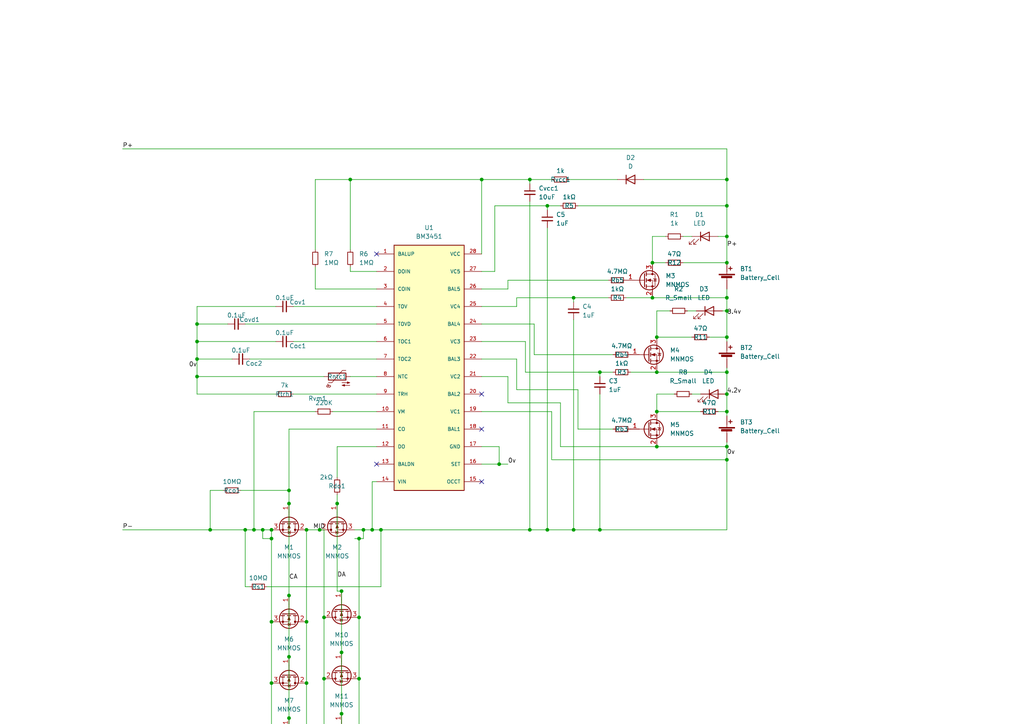
<source format=kicad_sch>
(kicad_sch (version 20211123) (generator eeschema)
  (paper "A4")
  (lib_symbols
    (symbol "Device:Battery_Cell" (pin_numbers hide) (pin_names (offset 0) hide)
      (property "Reference" "BT" (at 2.54 2.54 0))
      (property "Value" "Battery_Cell" (at 2.54 0 0))
      (symbol "Battery_Cell_0_1"
        (rectangle (start -2.286 1.778) (end 2.286 1.524) (fill (type outline)))
        (rectangle (start -1.5748 1.1938) (end 1.4732 0.6858) (fill (type outline)))
        (polyline (pts (xy 0 0.762) (xy 0 0)))
        (polyline (pts (xy 0 1.778) (xy 0 2.54)))
        (polyline (pts (xy 0.508 3.429) (xy 1.524 3.429)) (stroke (width 0.254)))
        (polyline (pts (xy 1.016 3.937) (xy 1.016 2.921)) (stroke (width 0.254)))
      )
      (symbol "Battery_Cell_1_1"
        (pin passive line (at 0 5.08 270) (length 2.54) (name "+") (number "1"))
        (pin passive line (at 0 -2.54 90) (length 2.54) (name "-") (number "2"))
      )
    )
    (symbol "Device:C_Small" (pin_numbers hide) (pin_names (offset 0.254) hide)
      (property "Reference" "C" (at 0.254 1.778 0))
      (property "Value" "C_Small" (at 0.254 -2.032 0))
      (symbol "C_Small_0_1"
        (polyline (pts (xy -1.524 -0.508) (xy 1.524 -0.508)) (stroke (width 0.3302)))
        (polyline (pts (xy -1.524 0.508) (xy 1.524 0.508)) (stroke (width 0.3048)))
      )
      (symbol "C_Small_1_1"
        (pin passive line (at 0 2.54 270) (length 2.032) (name "~") (number "1"))
        (pin passive line (at 0 -2.54 90) (length 2.032) (name "~") (number "2"))
      )
    )
    (symbol "Device:D" (pin_numbers hide) (pin_names (offset 1.016) hide)
      (property "Reference" "D" (at 0 2.54 0))
      (property "Value" "D" (at 0 -2.54 0))
      (symbol "D_0_1"
        (polyline (pts (xy -1.27 1.27) (xy -1.27 -1.27)) (stroke (width 0.254)))
        (polyline (pts (xy 1.27 0) (xy -1.27 0)))
        (polyline (pts (xy 1.27 1.27) (xy 1.27 -1.27) (xy -1.27 0) (xy 1.27 1.27)) (stroke (width 0.254)))
      )
      (symbol "D_1_1"
        (pin passive line (at -3.81 0 0) (length 2.54) (name "K") (number "1"))
        (pin passive line (at 3.81 0 180) (length 2.54) (name "A") (number "2"))
      )
    )
    (symbol "Device:LED" (pin_numbers hide) (pin_names (offset 1.016) hide)
      (property "Reference" "D" (at 0 2.54 0))
      (property "Value" "LED" (at 0 -2.54 0))
      (symbol "LED_0_1"
        (polyline (pts (xy -1.27 -1.27) (xy -1.27 1.27)) (stroke (width 0.254)))
        (polyline (pts (xy -1.27 0) (xy 1.27 0)))
        (polyline (pts (xy 1.27 -1.27) (xy 1.27 1.27) (xy -1.27 0) (xy 1.27 -1.27)) (stroke (width 0.254)))
        (polyline (pts (xy -3.048 -0.762) (xy -4.572 -2.286) (xy -3.81 -2.286) (xy -4.572 -2.286) (xy -4.572 -1.524)))
        (polyline (pts (xy -1.778 -0.762) (xy -3.302 -2.286) (xy -2.54 -2.286) (xy -3.302 -2.286) (xy -3.302 -1.524)))
      )
      (symbol "LED_1_1"
        (pin passive line (at -3.81 0 0) (length 2.54) (name "K") (number "1"))
        (pin passive line (at 3.81 0 180) (length 2.54) (name "A") (number "2"))
      )
    )
    (symbol "Device:Q_NMOS_GDS" (pin_names (offset 0) hide)
      (property "Reference" "Q" (at 5.08 1.27 0))
      (property "Value" "Q_NMOS_GDS" (at 5.08 -1.27 0))
      (symbol "Q_NMOS_GDS_0_1"
        (polyline (pts (xy 0.254 0) (xy -2.54 0)))
        (polyline (pts (xy 0.254 1.905) (xy 0.254 -1.905)) (stroke (width 0.254)))
        (polyline (pts (xy 0.762 -1.27) (xy 0.762 -2.286)) (stroke (width 0.254)))
        (polyline (pts (xy 0.762 0.508) (xy 0.762 -0.508)) (stroke (width 0.254)))
        (polyline (pts (xy 0.762 2.286) (xy 0.762 1.27)) (stroke (width 0.254)))
        (polyline (pts (xy 2.54 2.54) (xy 2.54 1.778)))
        (polyline (pts (xy 2.54 -2.54) (xy 2.54 0) (xy 0.762 0)))
        (polyline (pts (xy 0.762 -1.778) (xy 3.302 -1.778) (xy 3.302 1.778) (xy 0.762 1.778)))
        (polyline (pts (xy 1.016 0) (xy 2.032 0.381) (xy 2.032 -0.381) (xy 1.016 0)) (fill (type outline)))
        (polyline (pts (xy 2.794 0.508) (xy 2.921 0.381) (xy 3.683 0.381) (xy 3.81 0.254)))
        (polyline (pts (xy 3.302 0.381) (xy 2.921 -0.254) (xy 3.683 -0.254) (xy 3.302 0.381)))
        (circle (center 1.651 0) (radius 2.794) (stroke (width 0.254)))
        (circle (center 2.54 -1.778) (radius 0.254) (fill (type outline)))
        (circle (center 2.54 1.778) (radius 0.254) (fill (type outline)))
      )
      (symbol "Q_NMOS_GDS_1_1"
        (pin input line (at -5.08 0 0) (length 2.54) (name "G") (number "1"))
        (pin passive line (at 2.54 5.08 270) (length 2.54) (name "D") (number "2"))
        (pin passive line (at 2.54 -5.08 90) (length 2.54) (name "S") (number "3"))
      )
    )
    (symbol "Device:Q_NMOS_GSD" (pin_names (offset 0) hide)
      (property "Reference" "Q" (at 5.08 1.27 0))
      (property "Value" "Q_NMOS_GSD" (at 5.08 -1.27 0))
      (symbol "Q_NMOS_GSD_0_1"
        (polyline (pts (xy 0.254 0) (xy -2.54 0)))
        (polyline (pts (xy 0.254 1.905) (xy 0.254 -1.905)) (stroke (width 0.254)))
        (polyline (pts (xy 0.762 -1.27) (xy 0.762 -2.286)) (stroke (width 0.254)))
        (polyline (pts (xy 0.762 0.508) (xy 0.762 -0.508)) (stroke (width 0.254)))
        (polyline (pts (xy 0.762 2.286) (xy 0.762 1.27)) (stroke (width 0.254)))
        (polyline (pts (xy 2.54 2.54) (xy 2.54 1.778)))
        (polyline (pts (xy 2.54 -2.54) (xy 2.54 0) (xy 0.762 0)))
        (polyline (pts (xy 0.762 -1.778) (xy 3.302 -1.778) (xy 3.302 1.778) (xy 0.762 1.778)))
        (polyline (pts (xy 1.016 0) (xy 2.032 0.381) (xy 2.032 -0.381) (xy 1.016 0)) (fill (type outline)))
        (polyline (pts (xy 2.794 0.508) (xy 2.921 0.381) (xy 3.683 0.381) (xy 3.81 0.254)))
        (polyline (pts (xy 3.302 0.381) (xy 2.921 -0.254) (xy 3.683 -0.254) (xy 3.302 0.381)))
        (circle (center 1.651 0) (radius 2.794) (stroke (width 0.254)))
        (circle (center 2.54 -1.778) (radius 0.254) (fill (type outline)))
        (circle (center 2.54 1.778) (radius 0.254) (fill (type outline)))
      )
      (symbol "Q_NMOS_GSD_1_1"
        (pin input line (at -5.08 0 0) (length 2.54) (name "G") (number "1"))
        (pin passive line (at 2.54 -5.08 90) (length 2.54) (name "S") (number "2"))
        (pin passive line (at 2.54 5.08 270) (length 2.54) (name "D") (number "3"))
      )
    )
    (symbol "Device:R_Small" (pin_numbers hide) (pin_names (offset 0.254) hide)
      (property "Reference" "R" (at 0.762 0.508 0))
      (property "Value" "R_Small" (at 0.762 -1.016 0))
      (symbol "R_Small_0_1"
        (rectangle (start -0.762 1.778) (end 0.762 -1.778) (stroke (width 0.2032)))
      )
      (symbol "R_Small_1_1"
        (pin passive line (at 0 2.54 270) (length 0.762) (name "~") (number "1"))
        (pin passive line (at 0 -2.54 90) (length 0.762) (name "~") (number "2"))
      )
    )
    (symbol "Device:Thermistor_NTC" (pin_numbers hide) (pin_names (offset 0))
      (property "Reference" "TH" (at -4.445 0 90))
      (property "Value" "Thermistor_NTC" (at 3.175 0 90))
      (symbol "Thermistor_NTC_0_1"
        (arc (start -3.048 2.159) (mid -3.0495 2.3143) (end -3.175 2.413))
        (arc (start -3.048 2.159) (mid -2.9736 1.9794) (end -2.794 1.905))
        (arc (start -3.048 2.794) (mid -2.9736 2.6144) (end -2.794 2.54))
        (arc (start -2.794 1.905) (mid -2.6144 1.9794) (end -2.54 2.159))
        (arc (start -2.794 2.54) (mid -2.4393 2.5587) (end -2.159 2.794))
        (arc (start -2.794 3.048) (mid -2.9736 2.9736) (end -3.048 2.794))
        (arc (start -2.54 2.794) (mid -2.6144 2.9736) (end -2.794 3.048))
        (rectangle (start -1.016 2.54) (end 1.016 -2.54) (stroke (width 0.254)))
        (polyline (pts (xy -2.54 2.159) (xy -2.54 2.794)))
        (polyline (pts (xy -1.778 2.54) (xy -1.778 1.524) (xy 1.778 -1.524) (xy 1.778 -2.54)))
        (polyline (pts (xy -2.54 -3.683) (xy -2.54 -1.397) (xy -2.794 -2.159) (xy -2.286 -2.159) (xy -2.54 -1.397) (xy -2.54 -1.651)) (fill (type outline)))
        (polyline (pts (xy -1.778 -1.397) (xy -1.778 -3.683) (xy -2.032 -2.921) (xy -1.524 -2.921) (xy -1.778 -3.683) (xy -1.778 -3.429)) (fill (type outline)))
      )
      (symbol "Thermistor_NTC_1_1"
        (pin passive line (at 0 3.81 270) (length 1.27) (name "~") (number "1"))
        (pin passive line (at 0 -3.81 90) (length 1.27) (name "~") (number "2"))
      )
    )
    (symbol "lib:BM3451" (pin_names (offset 1.016))
      (property "Reference" "U" (at -10.16 36.322 0))
      (property "Value" "BM3451" (at -10.16 -38.1 0))
      (symbol "BM3451_0_0"
        (rectangle (start -10.16 -35.56) (end 10.16 35.56) (stroke (width 0.254)) (fill (type background)))
        (pin bidirectional line (at -15.24 33.02 0) (length 5.08) (name "BALUP") (number "1"))
        (pin bidirectional line (at -15.24 -12.7 0) (length 5.08) (name "VM") (number "10"))
        (pin bidirectional line (at -15.24 -17.78 0) (length 5.08) (name "CO") (number "11"))
        (pin bidirectional line (at -15.24 -22.86 0) (length 5.08) (name "DO") (number "12"))
        (pin bidirectional line (at -15.24 -27.94 0) (length 5.08) (name "BALDN") (number "13"))
        (pin bidirectional line (at -15.24 -33.02 0) (length 5.08) (name "VIN") (number "14"))
        (pin bidirectional line (at 15.24 -33.02 180) (length 5.08) (name "OCCT") (number "15"))
        (pin bidirectional line (at 15.24 -27.94 180) (length 5.08) (name "SET") (number "16"))
        (pin bidirectional line (at 15.24 -22.86 180) (length 5.08) (name "GND") (number "17"))
        (pin bidirectional line (at 15.24 -17.78 180) (length 5.08) (name "BAL1") (number "18"))
        (pin bidirectional line (at 15.24 -12.7 180) (length 5.08) (name "VC1") (number "19"))
        (pin bidirectional line (at -15.24 27.94 0) (length 5.08) (name "DOIN") (number "2"))
        (pin bidirectional line (at 15.24 -7.62 180) (length 5.08) (name "BAL2") (number "20"))
        (pin bidirectional line (at 15.24 -2.54 180) (length 5.08) (name "VC2") (number "21"))
        (pin bidirectional line (at 15.24 2.54 180) (length 5.08) (name "BAL3") (number "22"))
        (pin bidirectional line (at 15.24 7.62 180) (length 5.08) (name "VC3") (number "23"))
        (pin bidirectional line (at 15.24 12.7 180) (length 5.08) (name "BAL4") (number "24"))
        (pin bidirectional line (at 15.24 17.78 180) (length 5.08) (name "VC4") (number "25"))
        (pin bidirectional line (at 15.24 22.86 180) (length 5.08) (name "BAL5") (number "26"))
        (pin bidirectional line (at 15.24 27.94 180) (length 5.08) (name "VC5") (number "27"))
        (pin bidirectional line (at 15.24 33.02 180) (length 5.08) (name "VCC") (number "28"))
        (pin bidirectional line (at -15.24 22.86 0) (length 5.08) (name "COIN") (number "3"))
        (pin bidirectional line (at -15.24 17.78 0) (length 5.08) (name "TOV") (number "4"))
        (pin bidirectional line (at -15.24 12.7 0) (length 5.08) (name "TOVD") (number "5"))
        (pin bidirectional line (at -15.24 7.62 0) (length 5.08) (name "TOC1") (number "6"))
        (pin bidirectional line (at -15.24 2.54 0) (length 5.08) (name "TOC2") (number "7"))
        (pin bidirectional line (at -15.24 -2.54 0) (length 5.08) (name "NTC") (number "8"))
        (pin bidirectional line (at -15.24 -7.62 0) (length 5.08) (name "TRH") (number "9"))
      )
    )
  )
  (junction (at 210.82 90.17))
  (junction (at 78.74 153.67))
  (junction (at 88.9 153.67))
  (junction (at 76.2 153.67))
  (junction (at 99.06 171.45))
  (junction (at 158.75 153.67))
  (junction (at 99.06 207.01))
  (junction (at 92.71 153.67))
  (junction (at 83.82 190.5))
  (junction (at 83.82 172.72))
  (junction (at 93.98 179.07))
  (junction (at 189.23 86.36))
  (junction (at 139.7 52.07))
  (junction (at 210.82 86.36))
  (junction (at 166.37 86.36))
  (junction (at 173.99 153.67))
  (junction (at 210.82 59.69))
  (junction (at 210.82 52.07))
  (junction (at 78.74 156.21))
  (junction (at 57.15 99.06))
  (junction (at 99.06 189.23))
  (junction (at 73.66 153.67))
  (junction (at 107.95 153.67))
  (junction (at 210.82 68.58))
  (junction (at 71.12 153.67))
  (junction (at 93.98 214.63))
  (junction (at 93.98 196.85))
  (junction (at 210.82 129.54))
  (junction (at 57.15 109.22))
  (junction (at 110.49 153.67))
  (junction (at 210.82 114.3))
  (junction (at 104.14 196.85))
  (junction (at 190.5 107.95))
  (junction (at 173.99 107.95))
  (junction (at 88.9 198.12))
  (junction (at 210.82 107.95))
  (junction (at 158.75 59.69))
  (junction (at 83.82 146.05))
  (junction (at 189.23 76.2))
  (junction (at 190.5 97.79))
  (junction (at 210.82 97.79))
  (junction (at 190.5 129.54))
  (junction (at 210.82 133.35))
  (junction (at 78.74 198.12))
  (junction (at 210.82 76.2))
  (junction (at 97.79 146.05))
  (junction (at 78.74 180.34))
  (junction (at 57.15 104.14))
  (junction (at 153.67 52.07))
  (junction (at 105.41 153.67))
  (junction (at 190.5 119.38))
  (junction (at 60.96 153.67))
  (junction (at 210.82 119.38))
  (junction (at 104.14 156.21))
  (junction (at 83.82 208.28))
  (junction (at 57.15 93.98))
  (junction (at 144.78 134.62))
  (junction (at 166.37 153.67))
  (junction (at 88.9 180.34))
  (junction (at 101.6 52.07))
  (junction (at 104.14 214.63))
  (junction (at 83.82 142.24))
  (junction (at 78.74 215.9))
  (junction (at 88.9 215.9))
  (junction (at 104.14 179.07))
  (junction (at 153.67 153.67))
  (no_connect (at 139.7 114.3))
  (no_connect (at 139.7 139.7))
  (no_connect (at 109.22 73.66))
  (no_connect (at 109.22 134.62))
  (no_connect (at 139.7 124.46))
  (wire (pts (xy 143.51 59.69) (xy 143.51 78.74)))
  (wire (pts (xy 85.09 99.06) (xy 109.22 99.06)))
  (wire (pts (xy 109.22 78.74) (xy 101.6 78.74)))
  (wire (pts (xy 57.15 99.06) (xy 57.15 104.14)))
  (wire (pts (xy 205.74 97.79) (xy 210.82 97.79)))
  (wire (pts (xy 104.14 156.21) (xy 102.87 156.21)))
  (wire (pts (xy 166.37 86.36) (xy 149.86 86.36)))
  (wire (pts (xy 77.47 170.18) (xy 110.49 170.18)))
  (wire (pts (xy 35.56 43.18) (xy 210.82 43.18)))
  (wire (pts (xy 176.53 86.36) (xy 166.37 86.36)))
  (wire (pts (xy 105.41 153.67) (xy 105.41 156.21)))
  (wire (pts (xy 154.94 102.87) (xy 177.8 102.87)))
  (wire (pts (xy 153.67 58.42) (xy 153.67 153.67)))
  (wire (pts (xy 198.12 76.2) (xy 210.82 76.2)))
  (wire (pts (xy 80.01 88.9) (xy 57.15 88.9)))
  (wire (pts (xy 83.82 142.24) (xy 83.82 146.05)))
  (wire (pts (xy 83.82 172.72) (xy 83.82 190.5)))
  (wire (pts (xy 78.74 153.67) (xy 78.74 156.21)))
  (wire (pts (xy 153.67 153.67) (xy 158.75 153.67)))
  (wire (pts (xy 190.5 114.3) (xy 195.58 114.3)))
  (wire (pts (xy 104.14 179.07) (xy 104.14 196.85)))
  (wire (pts (xy 210.82 86.36) (xy 210.82 90.17)))
  (wire (pts (xy 165.1 52.07) (xy 179.07 52.07)))
  (wire (pts (xy 210.82 90.17) (xy 210.82 97.79)))
  (wire (pts (xy 101.6 52.07) (xy 139.7 52.07)))
  (wire (pts (xy 149.86 104.14) (xy 149.86 113.03)))
  (wire (pts (xy 162.56 59.69) (xy 158.75 59.69)))
  (wire (pts (xy 210.82 107.95) (xy 210.82 114.3)))
  (wire (pts (xy 208.28 119.38) (xy 210.82 119.38)))
  (wire (pts (xy 83.82 146.05) (xy 83.82 172.72)))
  (wire (pts (xy 176.53 81.28) (xy 147.32 81.28)))
  (wire (pts (xy 158.75 153.67) (xy 166.37 153.67)))
  (wire (pts (xy 190.5 97.79) (xy 200.66 97.79)))
  (wire (pts (xy 139.7 52.07) (xy 153.67 52.07)))
  (wire (pts (xy 177.8 107.95) (xy 173.99 107.95)))
  (wire (pts (xy 189.23 86.36) (xy 210.82 86.36)))
  (wire (pts (xy 166.37 153.67) (xy 173.99 153.67)))
  (wire (pts (xy 189.23 68.58) (xy 189.23 76.2)))
  (wire (pts (xy 147.32 81.28) (xy 147.32 83.82)))
  (wire (pts (xy 210.82 83.82) (xy 210.82 86.36)))
  (wire (pts (xy 64.77 142.24) (xy 60.96 142.24)))
  (wire (pts (xy 83.82 208.28) (xy 83.82 226.06)))
  (wire (pts (xy 107.95 153.67) (xy 110.49 153.67)))
  (wire (pts (xy 200.66 114.3) (xy 203.2 114.3)))
  (wire (pts (xy 102.87 153.67) (xy 105.41 153.67)))
  (wire (pts (xy 139.7 134.62) (xy 144.78 134.62)))
  (wire (pts (xy 173.99 107.95) (xy 152.4 107.95)))
  (wire (pts (xy 93.98 196.85) (xy 93.98 179.07)))
  (wire (pts (xy 144.78 129.54) (xy 139.7 129.54)))
  (wire (pts (xy 109.22 139.7) (xy 107.95 139.7)))
  (wire (pts (xy 144.78 134.62) (xy 144.78 129.54)))
  (wire (pts (xy 60.96 142.24) (xy 60.96 153.67)))
  (wire (pts (xy 139.7 119.38) (xy 160.02 119.38)))
  (wire (pts (xy 78.74 198.12) (xy 78.74 215.9)))
  (wire (pts (xy 189.23 76.2) (xy 193.04 76.2)))
  (wire (pts (xy 149.86 88.9) (xy 139.7 88.9)))
  (wire (pts (xy 57.15 93.98) (xy 57.15 99.06)))
  (wire (pts (xy 71.12 153.67) (xy 71.12 170.18)))
  (wire (pts (xy 60.96 153.67) (xy 71.12 153.67)))
  (wire (pts (xy 85.09 88.9) (xy 109.22 88.9)))
  (wire (pts (xy 101.6 78.74) (xy 101.6 77.47)))
  (wire (pts (xy 83.82 124.46) (xy 83.82 142.24)))
  (wire (pts (xy 139.7 52.07) (xy 139.7 73.66)))
  (wire (pts (xy 72.39 104.14) (xy 109.22 104.14)))
  (wire (pts (xy 66.04 93.98) (xy 57.15 93.98)))
  (wire (pts (xy 88.9 153.67) (xy 92.71 153.67)))
  (wire (pts (xy 71.12 170.18) (xy 72.39 170.18)))
  (wire (pts (xy 190.5 90.17) (xy 190.5 97.79)))
  (wire (pts (xy 78.74 215.9) (xy 78.74 233.68)))
  (wire (pts (xy 109.22 124.46) (xy 83.82 124.46)))
  (wire (pts (xy 182.88 107.95) (xy 190.5 107.95)))
  (wire (pts (xy 173.99 107.95) (xy 173.99 109.22)))
  (wire (pts (xy 85.09 114.3) (xy 109.22 114.3)))
  (wire (pts (xy 181.61 86.36) (xy 189.23 86.36)))
  (wire (pts (xy 57.15 104.14) (xy 57.15 109.22)))
  (wire (pts (xy 91.44 83.82) (xy 91.44 77.47)))
  (wire (pts (xy 147.32 116.84) (xy 147.32 109.22)))
  (wire (pts (xy 76.2 156.21) (xy 76.2 153.67)))
  (wire (pts (xy 88.9 215.9) (xy 88.9 233.68)))
  (wire (pts (xy 160.02 119.38) (xy 160.02 133.35)))
  (wire (pts (xy 166.37 92.71) (xy 166.37 153.67)))
  (wire (pts (xy 99.06 189.23) (xy 99.06 207.01)))
  (wire (pts (xy 78.74 156.21) (xy 78.74 180.34)))
  (wire (pts (xy 152.4 107.95) (xy 152.4 99.06)))
  (wire (pts (xy 88.9 180.34) (xy 88.9 198.12)))
  (wire (pts (xy 186.69 52.07) (xy 210.82 52.07)))
  (wire (pts (xy 91.44 119.38) (xy 73.66 119.38)))
  (wire (pts (xy 76.2 153.67) (xy 78.74 153.67)))
  (wire (pts (xy 101.6 52.07) (xy 101.6 72.39)))
  (wire (pts (xy 208.28 68.58) (xy 210.82 68.58)))
  (wire (pts (xy 104.14 214.63) (xy 104.14 232.41)))
  (wire (pts (xy 139.7 104.14) (xy 149.86 104.14)))
  (wire (pts (xy 158.75 66.04) (xy 158.75 153.67)))
  (wire (pts (xy 96.52 119.38) (xy 109.22 119.38)))
  (wire (pts (xy 97.79 146.05) (xy 97.79 171.45)))
  (wire (pts (xy 143.51 78.74) (xy 139.7 78.74)))
  (wire (pts (xy 210.82 52.07) (xy 210.82 59.69)))
  (wire (pts (xy 193.04 68.58) (xy 189.23 68.58)))
  (wire (pts (xy 147.32 83.82) (xy 139.7 83.82)))
  (wire (pts (xy 162.56 129.54) (xy 190.5 129.54)))
  (wire (pts (xy 91.44 52.07) (xy 101.6 52.07)))
  (wire (pts (xy 104.14 156.21) (xy 104.14 179.07)))
  (wire (pts (xy 167.64 113.03) (xy 149.86 113.03)))
  (wire (pts (xy 173.99 153.67) (xy 210.82 153.67)))
  (wire (pts (xy 190.5 119.38) (xy 190.5 114.3)))
  (wire (pts (xy 57.15 88.9) (xy 57.15 93.98)))
  (wire (pts (xy 198.12 68.58) (xy 200.66 68.58)))
  (wire (pts (xy 88.9 153.67) (xy 88.9 180.34)))
  (wire (pts (xy 158.75 59.69) (xy 158.75 60.96)))
  (wire (pts (xy 57.15 109.22) (xy 93.98 109.22)))
  (wire (pts (xy 190.5 119.38) (xy 203.2 119.38)))
  (wire (pts (xy 93.98 214.63) (xy 93.98 196.85)))
  (wire (pts (xy 67.31 104.14) (xy 57.15 104.14)))
  (wire (pts (xy 210.82 128.27) (xy 210.82 129.54)))
  (wire (pts (xy 210.82 68.58) (xy 210.82 76.2)))
  (wire (pts (xy 104.14 196.85) (xy 104.14 214.63)))
  (wire (pts (xy 105.41 156.21) (xy 104.14 156.21)))
  (wire (pts (xy 167.64 124.46) (xy 177.8 124.46)))
  (wire (pts (xy 209.55 90.17) (xy 210.82 90.17)))
  (wire (pts (xy 71.12 93.98) (xy 109.22 93.98)))
  (wire (pts (xy 97.79 138.43) (xy 97.79 129.54)))
  (wire (pts (xy 101.6 109.22) (xy 109.22 109.22)))
  (wire (pts (xy 153.67 52.07) (xy 160.02 52.07)))
  (wire (pts (xy 147.32 109.22) (xy 139.7 109.22)))
  (wire (pts (xy 152.4 99.06) (xy 139.7 99.06)))
  (wire (pts (xy 57.15 109.22) (xy 57.15 114.3)))
  (wire (pts (xy 190.5 129.54) (xy 210.82 129.54)))
  (wire (pts (xy 190.5 107.95) (xy 210.82 107.95)))
  (wire (pts (xy 194.31 90.17) (xy 190.5 90.17)))
  (wire (pts (xy 210.82 43.18) (xy 210.82 52.07)))
  (wire (pts (xy 144.78 134.62) (xy 147.32 134.62)))
  (wire (pts (xy 99.06 207.01) (xy 99.06 224.79)))
  (wire (pts (xy 73.66 153.67) (xy 76.2 153.67)))
  (wire (pts (xy 97.79 171.45) (xy 99.06 171.45)))
  (wire (pts (xy 210.82 59.69) (xy 210.82 68.58)))
  (wire (pts (xy 158.75 59.69) (xy 143.51 59.69)))
  (wire (pts (xy 78.74 156.21) (xy 76.2 156.21)))
  (wire (pts (xy 160.02 133.35) (xy 210.82 133.35)))
  (wire (pts (xy 167.64 124.46) (xy 167.64 113.03)))
  (wire (pts (xy 93.98 232.41) (xy 93.98 214.63)))
  (wire (pts (xy 97.79 143.51) (xy 97.79 146.05)))
  (wire (pts (xy 78.74 180.34) (xy 78.74 198.12)))
  (wire (pts (xy 147.32 116.84) (xy 162.56 116.84)))
  (wire (pts (xy 109.22 83.82) (xy 91.44 83.82)))
  (wire (pts (xy 110.49 170.18) (xy 110.49 153.67)))
  (wire (pts (xy 93.98 153.67) (xy 92.71 153.67)))
  (wire (pts (xy 167.64 59.69) (xy 210.82 59.69)))
  (wire (pts (xy 154.94 102.87) (xy 154.94 93.98)))
  (wire (pts (xy 80.01 114.3) (xy 57.15 114.3)))
  (wire (pts (xy 35.56 153.67) (xy 60.96 153.67)))
  (wire (pts (xy 210.82 97.79) (xy 210.82 99.06)))
  (wire (pts (xy 73.66 119.38) (xy 73.66 153.67)))
  (wire (pts (xy 91.44 72.39) (xy 91.44 52.07)))
  (wire (pts (xy 71.12 153.67) (xy 73.66 153.67)))
  (wire (pts (xy 83.82 190.5) (xy 83.82 208.28)))
  (wire (pts (xy 210.82 106.68) (xy 210.82 107.95)))
  (wire (pts (xy 166.37 86.36) (xy 166.37 87.63)))
  (wire (pts (xy 173.99 114.3) (xy 173.99 153.67)))
  (wire (pts (xy 88.9 198.12) (xy 88.9 215.9)))
  (wire (pts (xy 149.86 86.36) (xy 149.86 88.9)))
  (wire (pts (xy 210.82 119.38) (xy 210.82 120.65)))
  (wire (pts (xy 99.06 171.45) (xy 99.06 189.23)))
  (wire (pts (xy 210.82 129.54) (xy 210.82 133.35)))
  (wire (pts (xy 210.82 133.35) (xy 210.82 153.67)))
  (wire (pts (xy 93.98 153.67) (xy 93.98 179.07)))
  (wire (pts (xy 199.39 90.17) (xy 201.93 90.17)))
  (wire (pts (xy 153.67 52.07) (xy 153.67 53.34)))
  (wire (pts (xy 97.79 129.54) (xy 109.22 129.54)))
  (wire (pts (xy 107.95 139.7) (xy 107.95 153.67)))
  (wire (pts (xy 162.56 116.84) (xy 162.56 129.54)))
  (wire (pts (xy 69.85 142.24) (xy 83.82 142.24)))
  (wire (pts (xy 80.01 99.06) (xy 57.15 99.06)))
  (wire (pts (xy 154.94 93.98) (xy 139.7 93.98)))
  (wire (pts (xy 110.49 153.67) (xy 153.67 153.67)))
  (wire (pts (xy 210.82 114.3) (xy 210.82 119.38)))
  (wire (pts (xy 105.41 153.67) (xy 107.95 153.67)))
  (label "8.4v" (at 210.82 91.44 0))
  (label "CA" (at 83.82 168.275 0))
  (label "0v" (at 57.15 106.68 180))
  (label "P+" (at 210.82 71.755 0))
  (label "4.2v" (at 210.82 114.3 0))
  (label "0v" (at 147.32 134.62 0))
  (label "P+" (at 35.56 43.18 0))
  (label "0v" (at 210.82 132.08 0))
  (label "MID" (at 90.805 153.67 0))
  (label "P-" (at 35.56 153.67 0))
  (label "DA" (at 97.79 167.64 0))
  (symbol (lib_id "Device:R_Small") (at 203.2 97.79 90) (unit 1)
    (property "Reference" "R11" (at 203.2 97.79 90))
    (property "Value" "47Ω" (at 203.2 95.25 90))
    (property "Footprint" "Resistor_SMD:R_2512_6332Metric" (effects hide))
  )
  (symbol (lib_id "Device:LED") (at 205.74 90.17 0) (unit 1)
    (property "Reference" "D3" (at 204.1525 83.82 0))
    (property "Value" "LED" (at 204.1525 86.36 0))
    (property "Footprint" "LED_SMD:LED_0402_1005Metric_Pad0.77x0.64mm_HandSolder" (effects hide))
  )
  (symbol (lib_id "Device:D") (at 182.88 52.07 0) (unit 1)
    (property "Reference" "D2" (at 182.88 45.72 0))
    (property "Value" "D" (at 182.88 48.26 0))
    (property "Footprint" "Diode_SMD:D_SOD-323" (effects hide))
  )
  (symbol (lib_id "Device:C_Small") (at 82.55 88.9 90) (unit 1)
    (property "Reference" "Cov1" (at 86.36 87.63 90))
    (property "Value" "0.1uF" (at 82.55 86.36 90))
    (property "Footprint" "Capacitor_SMD:C_0402_1005Metric_Pad0.74x0.62mm_HandSolder" (effects hide))
  )
  (symbol (lib_id "Device:Q_NMOS_GSD") (at 187.96 124.46 0) (unit 1)
    (property "Reference" "M5" (at 194.31 123.1899 0) (effects (justify left)))
    (property "Value" "MNMOS" (at 194.31 125.7299 0) (effects (justify left)))
    (property "Footprint" "Package_TO_SOT_SMD:SOT-23" (effects hide))
  )
  (symbol (lib_id "Device:Q_NMOS_GDS") (at 83.82 213.36 270) (unit 1)
    (property "Reference" "M8" (at 83.82 220.98 90))
    (property "Value" "MNMOS" (at 83.82 223.52 90))
    (property "Footprint" "Package_TO_SOT_SMD:TO-252-2" (effects hide))
  )
  (symbol (lib_id "Device:LED") (at 204.47 68.58 0) (unit 1)
    (property "Reference" "D1" (at 202.8825 62.23 0))
    (property "Value" "LED" (at 202.8825 64.77 0))
    (property "Footprint" "LED_SMD:LED_0402_1005Metric_Pad0.77x0.64mm_HandSolder" (effects hide))
  )
  (symbol (lib_id "Device:C_Small") (at 82.55 99.06 90) (unit 1)
    (property "Reference" "Coc1" (at 86.36 100.33 90))
    (property "Value" "0.1uF" (at 82.55 96.52 90))
    (property "Footprint" "Capacitor_SMD:C_0402_1005Metric_Pad0.74x0.62mm_HandSolder" (effects hide))
  )
  (symbol (lib_id "Device:Q_NMOS_GDS") (at 99.06 194.31 90) (mirror x) (unit 1)
    (property "Reference" "M11" (at 99.06 201.93 90))
    (property "Value" "MNMOS" (at 99.06 204.47 90))
    (property "Footprint" "Package_TO_SOT_SMD:TO-252-2" (effects hide))
  )
  (symbol (lib_id "Device:C_Small") (at 166.37 90.17 0) (unit 1)
    (property "Reference" "C4" (at 168.91 88.9062 0) (effects (justify left)))
    (property "Value" "1uF" (at 168.91 91.4462 0) (effects (justify left)))
    (property "Footprint" "Capacitor_SMD:C_0402_1005Metric_Pad0.74x0.62mm_HandSolder" (effects hide))
  )
  (symbol (lib_id "Device:R_Small") (at 74.93 170.18 90) (unit 1)
    (property "Reference" "Rs1" (at 74.93 170.18 90))
    (property "Value" "10MΩ" (at 74.93 167.64 90))
    (property "Footprint" "Resistor_SMD:R_0402_1005Metric_Pad0.72x0.64mm_HandSolder" (effects hide))
  )
  (symbol (lib_id "Device:LED") (at 207.01 114.3 0) (unit 1)
    (property "Reference" "D4" (at 205.4225 107.95 0))
    (property "Value" "LED" (at 205.4225 110.49 0))
    (property "Footprint" "LED_SMD:LED_0402_1005Metric_Pad0.77x0.64mm_HandSolder" (effects hide))
  )
  (symbol (lib_id "Device:Q_NMOS_GSD") (at 186.69 81.28 0) (unit 1)
    (property "Reference" "M3" (at 193.04 80.0099 0) (effects (justify left)))
    (property "Value" "MNMOS" (at 193.04 82.5499 0) (effects (justify left)))
    (property "Footprint" "Package_TO_SOT_SMD:SOT-23" (effects hide))
  )
  (symbol (lib_id "Device:R_Small") (at 180.34 107.95 90) (unit 1)
    (property "Reference" "R3" (at 180.34 107.95 90))
    (property "Value" "1kΩ" (at 180.34 105.41 90))
    (property "Footprint" "Resistor_SMD:R_0402_1005Metric_Pad0.72x0.64mm_HandSolder" (effects hide))
  )
  (symbol (lib_id "Device:Battery_Cell") (at 210.82 104.14 0) (unit 1)
    (property "Reference" "BT2" (at 214.63 100.8379 0) (effects (justify left)))
    (property "Value" "Battery_Cell" (at 214.63 103.3779 0) (effects (justify left)))
  )
  (symbol (lib_id "Device:Battery_Cell") (at 210.82 81.28 0) (unit 1)
    (property "Reference" "BT1" (at 214.63 77.9779 0) (effects (justify left)))
    (property "Value" "Battery_Cell" (at 214.63 80.5179 0) (effects (justify left)))
  )
  (symbol (lib_id "Device:Q_NMOS_GSD") (at 187.96 102.87 0) (unit 1)
    (property "Reference" "M4" (at 194.31 101.5999 0) (effects (justify left)))
    (property "Value" "MNMOS" (at 194.31 104.1399 0) (effects (justify left)))
    (property "Footprint" "Package_TO_SOT_SMD:SOT-23" (effects hide))
  )
  (symbol (lib_id "Device:R_Small") (at 195.58 68.58 90) (unit 1)
    (property "Reference" "R1" (at 195.58 62.23 90))
    (property "Value" "1k" (at 195.58 64.77 90))
    (property "Footprint" "Resistor_SMD:R_0402_1005Metric_Pad0.72x0.64mm_HandSolder" (effects hide))
  )
  (symbol (lib_id "Device:Q_NMOS_GDS") (at 83.82 231.14 270) (unit 1)
    (property "Reference" "M9" (at 83.82 238.76 90))
    (property "Value" "MNMOS" (at 83.82 241.3 90))
    (property "Footprint" "Package_TO_SOT_SMD:TO-252-2" (effects hide))
  )
  (symbol (lib_id "Device:R_Small") (at 91.44 74.93 180) (unit 1)
    (property "Reference" "R7" (at 93.98 73.6599 0) (effects (justify right)))
    (property "Value" "1MΩ" (at 93.98 76.1999 0) (effects (justify right)))
    (property "Footprint" "Resistor_SMD:R_0402_1005Metric_Pad0.72x0.64mm_HandSolder" (effects hide))
  )
  (symbol (lib_id "Device:Q_NMOS_GDS") (at 99.06 229.87 90) (mirror x) (unit 1)
    (property "Reference" "M13" (at 99.06 237.49 90))
    (property "Value" "MNMOS" (at 99.06 240.03 90))
    (property "Footprint" "Package_TO_SOT_SMD:TO-252-2" (effects hide))
  )
  (symbol (lib_id "Device:C_Small") (at 68.58 93.98 90) (unit 1)
    (property "Reference" "Covd1" (at 72.39 92.71 90))
    (property "Value" "0.1uF" (at 68.58 91.44 90))
    (property "Footprint" "Capacitor_SMD:C_0402_1005Metric_Pad0.74x0.62mm_HandSolder" (effects hide))
  )
  (symbol (lib_id "Device:Q_NMOS_GDS") (at 97.79 151.13 90) (mirror x) (unit 1)
    (property "Reference" "M2" (at 97.79 158.75 90))
    (property "Value" "MNMOS" (at 97.79 161.29 90))
    (property "Footprint" "Package_TO_SOT_SMD:TO-252-2" (effects hide))
  )
  (symbol (lib_id "Device:R_Small") (at 179.07 86.36 90) (unit 1)
    (property "Reference" "R4" (at 179.07 86.36 90))
    (property "Value" "1kΩ" (at 179.07 83.82 90))
    (property "Footprint" "Resistor_SMD:R_0402_1005Metric_Pad0.72x0.64mm_HandSolder" (effects hide))
  )
  (symbol (lib_id "Device:R_Small") (at 82.55 114.3 90) (unit 1)
    (property "Reference" "Rtrh1" (at 82.55 114.3 90))
    (property "Value" "7k" (at 82.55 111.76 90))
    (property "Footprint" "Resistor_SMD:R_0402_1005Metric_Pad0.72x0.64mm_HandSolder" (effects hide))
  )
  (symbol (lib_id "Device:R_Small") (at 93.98 119.38 90) (unit 1)
    (property "Reference" "Rvm1" (at 92.075 115.57 90))
    (property "Value" "220K" (at 93.98 116.84 90))
    (property "Footprint" "Resistor_SMD:R_0402_1005Metric_Pad0.72x0.64mm_HandSolder" (effects hide))
  )
  (symbol (lib_id "Device:C_Small") (at 153.67 55.88 0) (unit 1)
    (property "Reference" "Cvcc1" (at 156.21 54.6162 0) (effects (justify left)))
    (property "Value" "10uF" (at 156.21 57.1562 0) (effects (justify left)))
    (property "Footprint" "Capacitor_SMD:C_0402_1005Metric_Pad0.74x0.62mm_HandSolder" (effects hide))
  )
  (symbol (lib_id "Device:R_Small") (at 101.6 74.93 180) (unit 1)
    (property "Reference" "R6" (at 104.14 73.6599 0) (effects (justify right)))
    (property "Value" "1MΩ" (at 104.14 76.1999 0) (effects (justify right)))
    (property "Footprint" "Resistor_SMD:R_0402_1005Metric_Pad0.72x0.64mm_HandSolder" (effects hide))
  )
  (symbol (lib_id "Device:Thermistor_NTC") (at 97.79 109.22 90) (unit 1)
    (property "Reference" "Rntc1" (at 97.79 109.22 90))
    (property "Value" "Thermistor_NTC" (effects hide))
    (property "Footprint" "Resistor_SMD:R_0805_2012Metric_Pad1.20x1.40mm_HandSolder" (effects hide))
  )
  (symbol (lib_id "Device:R_Small") (at 67.31 142.24 90) (unit 1)
    (property "Reference" "Rco1" (at 67.31 142.24 90))
    (property "Value" "10MΩ" (at 67.31 139.7 90))
    (property "Footprint" "Resistor_SMD:R_0402_1005Metric_Pad0.72x0.64mm_HandSolder" (effects hide))
  )
  (symbol (lib_id "Device:C_Small") (at 173.99 111.76 0) (unit 1)
    (property "Reference" "C3" (at 176.53 110.4962 0) (effects (justify left)))
    (property "Value" "1uF" (at 176.53 113.0362 0) (effects (justify left)))
    (property "Footprint" "Capacitor_SMD:C_0402_1005Metric_Pad0.74x0.62mm_HandSolder" (effects hide))
  )
  (symbol (lib_id "Device:Battery_Cell") (at 210.82 125.73 0) (unit 1)
    (property "Reference" "BT3" (at 214.63 122.4279 0) (effects (justify left)))
    (property "Value" "Battery_Cell" (at 214.63 124.9679 0) (effects (justify left)))
  )
  (symbol (lib_id "Device:R_Small") (at 198.12 114.3 90) (unit 1)
    (property "Reference" "R8" (at 198.12 107.95 90))
    (property "Value" "R_Small" (at 198.12 110.49 90))
    (property "Footprint" "Resistor_SMD:R_0402_1005Metric_Pad0.72x0.64mm_HandSolder" (effects hide))
  )
  (symbol (lib_id "lib:BM3451") (at 124.46 106.68 0) (unit 1)
    (property "Reference" "U1" (at 124.46 66.04 0))
    (property "Value" "BM3451" (at 124.46 68.58 0))
    (property "Footprint" "SSOP28" (effects hide))
  )
  (symbol (lib_id "Device:R_Small") (at 205.74 119.38 90) (unit 1)
    (property "Reference" "R10" (at 205.74 119.38 90))
    (property "Value" "47Ω" (at 205.74 116.84 90))
    (property "Footprint" "Resistor_SMD:R_2512_6332Metric" (effects hide))
  )
  (symbol (lib_id "Device:Q_NMOS_GDS") (at 83.82 151.13 270) (unit 1)
    (property "Reference" "M1" (at 83.82 158.75 90))
    (property "Value" "MNMOS" (at 83.82 161.29 90))
    (property "Footprint" "Package_TO_SOT_SMD:TO-252-2" (effects hide))
  )
  (symbol (lib_id "Device:R_Small") (at 162.56 52.07 90) (unit 1)
    (property "Reference" "Rvcc1" (at 162.56 52.07 90))
    (property "Value" "1k" (at 162.56 49.53 90))
    (property "Footprint" "Resistor_SMD:R_0402_1005Metric_Pad0.72x0.64mm_HandSolder" (effects hide))
  )
  (symbol (lib_id "Device:Q_NMOS_GDS") (at 99.06 176.53 90) (mirror x) (unit 1)
    (property "Reference" "M10" (at 99.06 184.15 90))
    (property "Value" "MNMOS" (at 99.06 186.69 90))
    (property "Footprint" "Package_TO_SOT_SMD:TO-252-2" (effects hide))
  )
  (symbol (lib_id "Device:Q_NMOS_GDS") (at 83.82 177.8 270) (unit 1)
    (property "Reference" "M6" (at 83.82 185.42 90))
    (property "Value" "MNMOS" (at 83.82 187.96 90))
    (property "Footprint" "Package_TO_SOT_SMD:TO-252-2" (effects hide))
  )
  (symbol (lib_id "Device:R_Small") (at 179.07 81.28 90) (unit 1)
    (property "Reference" "Rb5" (at 179.07 81.28 90))
    (property "Value" "4.7MΩ" (at 179.07 78.74 90))
    (property "Footprint" "Resistor_SMD:R_0402_1005Metric_Pad0.72x0.64mm_HandSolder" (effects hide))
  )
  (symbol (lib_id "Device:Q_NMOS_GDS") (at 99.06 212.09 90) (mirror x) (unit 1)
    (property "Reference" "M12" (at 99.06 219.71 90))
    (property "Value" "MNMOS" (at 99.06 222.25 90))
    (property "Footprint" "Package_TO_SOT_SMD:TO-252-2" (effects hide))
  )
  (symbol (lib_id "Device:R_Small") (at 97.79 140.97 0) (unit 1)
    (property "Reference" "Rdo1" (at 95.25 140.97 0) (effects (justify left)))
    (property "Value" "2kΩ" (at 92.71 138.43 0) (effects (justify left)))
    (property "Footprint" "Resistor_SMD:R_0402_1005Metric_Pad0.72x0.64mm_HandSolder" (effects hide))
  )
  (symbol (lib_id "Device:R_Small") (at 195.58 76.2 90) (unit 1)
    (property "Reference" "R12" (at 195.58 76.2 90))
    (property "Value" "47Ω" (at 195.58 73.66 90))
    (property "Footprint" "Resistor_SMD:R_2512_6332Metric" (effects hide))
  )
  (symbol (lib_id "Device:R_Small") (at 196.85 90.17 90) (unit 1)
    (property "Reference" "R2" (at 196.85 83.82 90))
    (property "Value" "R_Small" (at 196.85 86.36 90))
    (property "Footprint" "Resistor_SMD:R_0402_1005Metric_Pad0.72x0.64mm_HandSolder" (effects hide))
  )
  (symbol (lib_id "Device:C_Small") (at 69.85 104.14 90) (unit 1)
    (property "Reference" "Coc2" (at 73.66 105.41 90))
    (property "Value" "0.1uF" (at 69.85 101.6 90))
    (property "Footprint" "Capacitor_SMD:C_0402_1005Metric_Pad0.74x0.62mm_HandSolder" (effects hide))
  )
  (symbol (lib_id "Device:R_Small") (at 180.34 102.87 90) (unit 1)
    (property "Reference" "Rb4" (at 180.34 102.87 90))
    (property "Value" "4.7MΩ" (at 180.34 100.33 90))
    (property "Footprint" "Resistor_SMD:R_0402_1005Metric_Pad0.72x0.64mm_HandSolder" (effects hide))
  )
  (symbol (lib_id "Device:R_Small") (at 180.34 124.46 90) (unit 1)
    (property "Reference" "Rb3" (at 180.34 124.46 90))
    (property "Value" "4.7MΩ" (at 180.34 121.92 90))
    (property "Footprint" "Resistor_SMD:R_0402_1005Metric_Pad0.72x0.64mm_HandSolder" (effects hide))
  )
  (symbol (lib_id "Device:R_Small") (at 165.1 59.69 90) (unit 1)
    (property "Reference" "R5" (at 165.1 59.69 90))
    (property "Value" "1kΩ" (at 165.1 57.15 90))
    (property "Footprint" "Resistor_SMD:R_0402_1005Metric_Pad0.72x0.64mm_HandSolder" (effects hide))
  )
  (symbol (lib_id "Device:C_Small") (at 158.75 63.5 0) (unit 1)
    (property "Reference" "C5" (at 161.29 62.2362 0) (effects (justify left)))
    (property "Value" "1uF" (at 161.29 64.7762 0) (effects (justify left)))
    (property "Footprint" "Capacitor_SMD:C_0402_1005Metric_Pad0.74x0.62mm_HandSolder" (effects hide))
  )
  (symbol (lib_id "Device:Q_NMOS_GDS") (at 83.82 195.58 270) (unit 1)
    (property "Reference" "M7" (at 83.82 203.2 90))
    (property "Value" "MNMOS" (at 83.82 205.74 90))
    (property "Footprint" "Package_TO_SOT_SMD:TO-252-2" (effects hide))
  )
)
</source>
